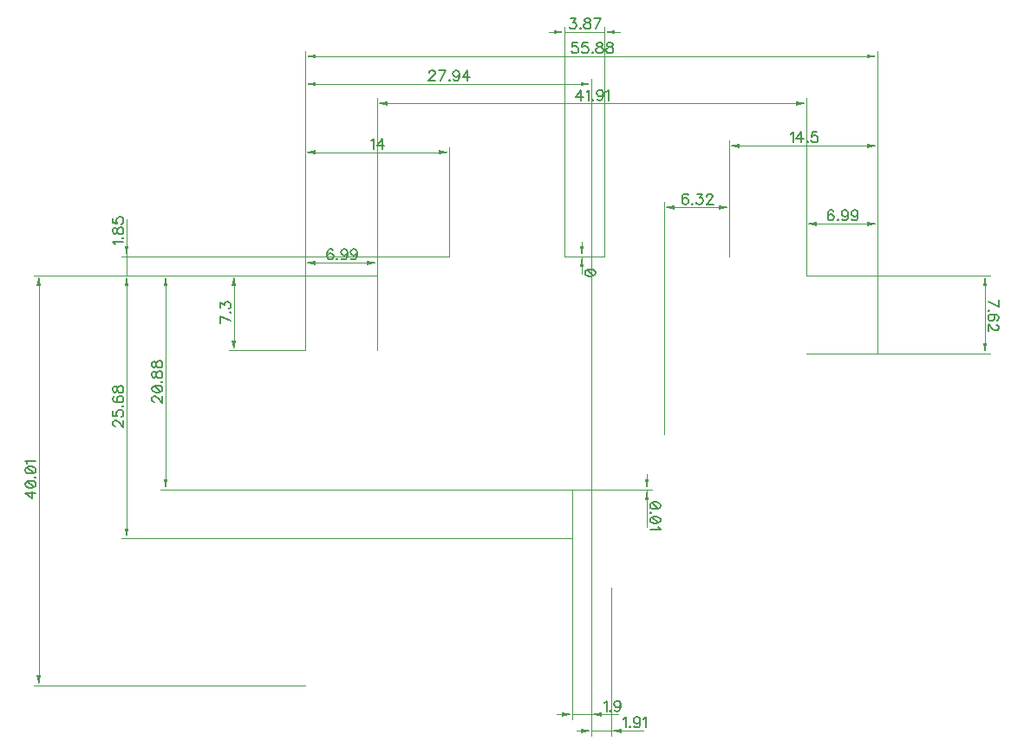
<source format=gbr>
G04 DipTrace 2.4.0.2*
%INTopDimension.gbr*%
%MOIN*%
%ADD13C,0.0014*%
%ADD97C,0.0062*%
%FSLAX44Y44*%
G04*
G70*
G90*
G75*
G01*
%LNTopDimension*%
%LPD*%
X6690Y19690D2*
D13*
X-3132D1*
X9451Y20419D2*
X-3132D1*
X-2935D2*
Y19690D1*
Y21009D2*
Y20813D1*
G36*
Y20419D2*
X-3014Y20813D1*
X-2856D1*
X-2935Y20419D1*
G37*
Y19100D2*
D13*
Y19296D1*
G36*
Y19690D2*
X-2856Y19296D1*
X-3014D1*
X-2935Y19690D1*
G37*
Y21853D2*
D13*
Y20419D1*
X13904D2*
X14762D1*
X15429Y20421D2*
X14368D1*
X14565D2*
Y20419D1*
Y21011D2*
Y20814D1*
G36*
Y20421D2*
X14486Y20814D1*
X14644D1*
X14565Y20421D1*
G37*
Y19828D2*
D13*
Y20025D1*
G36*
Y20419D2*
X14644Y20025D1*
X14486D1*
X14565Y20419D1*
G37*
Y19757D2*
D13*
Y20421D1*
X3940Y16815D2*
Y24637D1*
X9451Y20419D2*
Y24637D1*
X6696Y24440D2*
X4334D1*
G36*
X3940D2*
X4334Y24519D1*
Y24361D1*
X3940Y24440D1*
G37*
X6696D2*
D13*
X9057D1*
G36*
X9451D2*
X9057Y24361D1*
Y24519D1*
X9451Y24440D1*
G37*
X20233Y20421D2*
D13*
Y24887D1*
X25940Y16690D2*
Y24887D1*
X23086Y24690D2*
X20626D1*
G36*
X20233D2*
X20626Y24769D1*
Y24611D1*
X20233Y24690D1*
G37*
X23086D2*
D13*
X25546D1*
G36*
X25940D2*
X25546Y24611D1*
Y24769D1*
X25940Y24690D1*
G37*
X3940Y16815D2*
D13*
Y28327D1*
X25940Y16690D2*
Y28327D1*
X14940Y28130D2*
X4334D1*
G36*
X3940D2*
X4334Y28209D1*
Y28052D1*
X3940Y28130D1*
G37*
X14940D2*
D13*
X25546D1*
G36*
X25940D2*
X25546Y28052D1*
Y28209D1*
X25940Y28130D1*
G37*
X3940Y16815D2*
D13*
Y20387D1*
X6690Y16815D2*
Y20387D1*
X5315Y20190D2*
X4334D1*
G36*
X3940D2*
X4334Y20269D1*
Y20111D1*
X3940Y20190D1*
G37*
X5315D2*
D13*
X6296D1*
G36*
X6690D2*
X6296Y20111D1*
Y20269D1*
X6690Y20190D1*
G37*
Y19690D2*
D13*
X993D1*
X3940Y16815D2*
X993D1*
X1190Y18253D2*
Y19296D1*
G36*
Y19690D2*
X1269Y19296D1*
X1111D1*
X1190Y19690D1*
G37*
Y18253D2*
D13*
Y17209D1*
G36*
Y16815D2*
X1111Y17209D1*
X1269D1*
X1190Y16815D1*
G37*
X23190Y19690D2*
D13*
X30262D1*
X23190Y16690D2*
X30262D1*
X30065Y18190D2*
Y19296D1*
G36*
Y19690D2*
X30144Y19296D1*
X29986D1*
X30065Y19690D1*
G37*
Y18190D2*
D13*
Y17084D1*
G36*
Y16690D2*
X29986Y17084D1*
X30144D1*
X30065Y16690D1*
G37*
X23190Y19690D2*
D13*
Y21887D1*
X25940Y16690D2*
Y21887D1*
X24565Y21690D2*
X23584D1*
G36*
X23190D2*
X23584Y21769D1*
Y21611D1*
X23190Y21690D1*
G37*
X24565D2*
D13*
X25546D1*
G36*
X25940D2*
X25546Y21611D1*
Y21769D1*
X25940Y21690D1*
G37*
X6690Y19690D2*
D13*
X-6507D1*
X3940Y3940D2*
X-6507D1*
X-6310Y11815D2*
Y19296D1*
G36*
Y19690D2*
X-6231Y19296D1*
X-6389D1*
X-6310Y19690D1*
G37*
Y11815D2*
D13*
Y4334D1*
G36*
Y3940D2*
X-6389Y4334D1*
X-6231D1*
X-6310Y3940D1*
G37*
X3940Y16815D2*
D13*
Y27262D1*
X14940Y3940D2*
Y27262D1*
X9440Y27065D2*
X4334D1*
G36*
X3940D2*
X4334Y27144D1*
Y26986D1*
X3940Y27065D1*
G37*
X9440D2*
D13*
X14546D1*
G36*
X14940D2*
X14546Y26986D1*
Y27144D1*
X14940Y27065D1*
G37*
X14190Y11470D2*
D13*
Y2618D1*
X14940Y3940D2*
Y2618D1*
X14190Y2815D2*
X14940D1*
X13600D2*
X13796D1*
G36*
X14190D2*
X13796Y2736D1*
Y2894D1*
X14190Y2815D1*
G37*
X15531D2*
D13*
X15334D1*
G36*
X14940D2*
X15334Y2894D1*
Y2736D1*
X14940Y2815D1*
G37*
X15964D2*
D13*
X14940D1*
X15690Y7692D2*
Y1993D1*
X14940Y2815D2*
Y1993D1*
Y2190D2*
X15690D1*
X14350D2*
X14546D1*
G36*
X14940D2*
X14546Y2111D1*
Y2269D1*
X14940Y2190D1*
G37*
X16281D2*
D13*
X16084D1*
G36*
X15690D2*
X16084Y2269D1*
Y2111D1*
X15690Y2190D1*
G37*
X16934D2*
D13*
X15690D1*
X14190Y11470D2*
X17262D1*
X15690Y11472D2*
X17262D1*
X17065D2*
Y11470D1*
Y12062D2*
Y11865D1*
G36*
Y11472D2*
X16986Y11865D1*
X17144D1*
X17065Y11472D1*
G37*
Y10879D2*
D13*
Y11076D1*
G36*
Y11470D2*
X17144Y11076D1*
X16986D1*
X17065Y11470D1*
G37*
Y10035D2*
D13*
Y11472D1*
X6690Y19690D2*
X-1632D1*
X14190Y11470D2*
X-1632D1*
X-1435Y15580D2*
Y19296D1*
G36*
Y19690D2*
X-1356Y19296D1*
X-1514D1*
X-1435Y19690D1*
G37*
Y15580D2*
D13*
Y11863D1*
G36*
Y11470D2*
X-1514Y11863D1*
X-1356D1*
X-1435Y11470D1*
G37*
X6690Y19690D2*
D13*
X-3132D1*
X14190Y9580D2*
X-3132D1*
X-2935Y14635D2*
Y19296D1*
G36*
Y19690D2*
X-2856Y19296D1*
X-3014D1*
X-2935Y19690D1*
G37*
Y14635D2*
D13*
Y9974D1*
G36*
Y9580D2*
X-3014Y9974D1*
X-2856D1*
X-2935Y9580D1*
G37*
X13904Y20419D2*
D13*
Y29262D1*
X15429Y20421D2*
Y29262D1*
X13904Y29065D2*
X15429D1*
X13313D2*
X13510D1*
G36*
X13904D2*
X13510Y28986D1*
Y29144D1*
X13904Y29065D1*
G37*
X16020D2*
D13*
X15823D1*
G36*
X15429D2*
X15823Y29144D1*
Y28986D1*
X15429Y29065D1*
G37*
X17746Y13590D2*
D13*
Y22512D1*
X20233Y20421D2*
Y22512D1*
X18989Y22315D2*
X18140D1*
G36*
X17746D2*
X18140Y22394D1*
Y22236D1*
X17746Y22315D1*
G37*
X18989D2*
D13*
X19839D1*
G36*
X20233D2*
X19839Y22236D1*
Y22394D1*
X20233Y22315D1*
G37*
X23190Y19690D2*
D13*
Y26512D1*
X6690Y19690D2*
Y26512D1*
X14940Y26315D2*
X22796D1*
G36*
X23190D2*
X22796Y26236D1*
Y26394D1*
X23190Y26315D1*
G37*
X14940D2*
D13*
X7084D1*
G36*
X6690D2*
X7084Y26394D1*
Y26236D1*
X6690Y26315D1*
G37*
X-3382Y20905D2*
D97*
X-3401Y20944D1*
X-3458Y21001D1*
X-3057D1*
X-3095Y21144D2*
X-3076Y21125D1*
X-3057Y21144D1*
X-3076Y21163D1*
X-3095Y21144D1*
X-3458Y21382D2*
X-3439Y21325D1*
X-3401Y21306D1*
X-3363D1*
X-3325Y21325D1*
X-3305Y21363D1*
X-3286Y21440D1*
X-3267Y21497D1*
X-3229Y21535D1*
X-3191Y21554D1*
X-3133D1*
X-3095Y21535D1*
X-3076Y21516D1*
X-3057Y21459D1*
Y21382D1*
X-3076Y21325D1*
X-3095Y21306D1*
X-3133Y21287D1*
X-3191D1*
X-3229Y21306D1*
X-3267Y21344D1*
X-3286Y21401D1*
X-3305Y21478D1*
X-3325Y21516D1*
X-3363Y21535D1*
X-3401D1*
X-3439Y21516D1*
X-3458Y21459D1*
Y21382D1*
Y21907D2*
Y21716D1*
X-3286Y21697D1*
X-3305Y21716D1*
X-3325Y21774D1*
Y21831D1*
X-3305Y21888D1*
X-3267Y21927D1*
X-3210Y21946D1*
X-3172D1*
X-3114Y21927D1*
X-3076Y21888D1*
X-3057Y21831D1*
Y21774D1*
X-3076Y21716D1*
X-3095Y21697D1*
X-3133Y21678D1*
X15089Y19818D2*
X15070Y19875D1*
X15012Y19914D1*
X14917Y19933D1*
X14859D1*
X14764Y19914D1*
X14706Y19875D1*
X14687Y19818D1*
Y19780D1*
X14706Y19722D1*
X14764Y19684D1*
X14859Y19665D1*
X14917D1*
X15012Y19684D1*
X15070Y19722D1*
X15089Y19780D1*
Y19818D1*
X15012Y19684D2*
X14764Y19914D1*
X6473Y24887D2*
X6512Y24907D1*
X6569Y24964D1*
Y24562D1*
X6884D2*
Y24964D1*
X6693Y24696D1*
X6980D1*
X22587Y25137D2*
X22626Y25157D1*
X22683Y25214D1*
Y24812D1*
X22998D2*
Y25214D1*
X22807Y24946D1*
X23094D1*
X23236Y24851D2*
X23217Y24831D1*
X23236Y24812D1*
X23256Y24831D1*
X23236Y24851D1*
X23609Y25214D2*
X23418D1*
X23399Y25042D1*
X23418Y25061D1*
X23475Y25080D1*
X23532D1*
X23590Y25061D1*
X23628Y25023D1*
X23647Y24965D1*
Y24927D1*
X23628Y24870D1*
X23590Y24831D1*
X23532Y24812D1*
X23475D1*
X23418Y24831D1*
X23399Y24851D1*
X23379Y24889D1*
X14399Y28654D2*
X14208D1*
X14189Y28482D1*
X14208Y28501D1*
X14265Y28521D1*
X14322D1*
X14380Y28501D1*
X14418Y28463D1*
X14437Y28406D1*
Y28368D1*
X14418Y28310D1*
X14380Y28272D1*
X14322Y28253D1*
X14265D1*
X14208Y28272D1*
X14189Y28291D1*
X14169Y28329D1*
X14790Y28654D2*
X14599D1*
X14580Y28482D1*
X14599Y28501D1*
X14657Y28521D1*
X14714D1*
X14771Y28501D1*
X14810Y28463D1*
X14829Y28406D1*
Y28368D1*
X14810Y28310D1*
X14771Y28272D1*
X14714Y28253D1*
X14657D1*
X14599Y28272D1*
X14580Y28291D1*
X14561Y28329D1*
X14971Y28291D2*
X14952Y28272D1*
X14971Y28253D1*
X14991Y28272D1*
X14971Y28291D1*
X15210Y28654D2*
X15153Y28635D1*
X15133Y28597D1*
Y28559D1*
X15153Y28521D1*
X15191Y28501D1*
X15267Y28482D1*
X15325Y28463D1*
X15363Y28425D1*
X15382Y28387D1*
Y28329D1*
X15363Y28291D1*
X15344Y28272D1*
X15286Y28253D1*
X15210D1*
X15153Y28272D1*
X15133Y28291D1*
X15114Y28329D1*
Y28387D1*
X15133Y28425D1*
X15172Y28463D1*
X15229Y28482D1*
X15305Y28501D1*
X15344Y28521D1*
X15363Y28559D1*
Y28597D1*
X15344Y28635D1*
X15286Y28654D1*
X15210D1*
X15601D2*
X15544Y28635D1*
X15524Y28597D1*
Y28559D1*
X15544Y28521D1*
X15582Y28501D1*
X15658Y28482D1*
X15716Y28463D1*
X15754Y28425D1*
X15773Y28387D1*
Y28329D1*
X15754Y28291D1*
X15735Y28272D1*
X15677Y28253D1*
X15601D1*
X15544Y28272D1*
X15524Y28291D1*
X15505Y28329D1*
Y28387D1*
X15524Y28425D1*
X15563Y28463D1*
X15620Y28482D1*
X15696Y28501D1*
X15735Y28521D1*
X15754Y28559D1*
Y28597D1*
X15735Y28635D1*
X15677Y28654D1*
X15601D1*
X4998Y20657D2*
X4979Y20695D1*
X4921Y20714D1*
X4883D1*
X4826Y20695D1*
X4787Y20637D1*
X4768Y20542D1*
Y20446D1*
X4787Y20370D1*
X4826Y20331D1*
X4883Y20312D1*
X4902D1*
X4959Y20331D1*
X4998Y20370D1*
X5017Y20427D1*
Y20446D1*
X4998Y20504D1*
X4959Y20542D1*
X4902Y20561D1*
X4883D1*
X4826Y20542D1*
X4787Y20504D1*
X4768Y20446D1*
X5159Y20351D2*
X5140Y20331D1*
X5159Y20312D1*
X5179Y20331D1*
X5159Y20351D1*
X5551Y20580D2*
X5532Y20523D1*
X5494Y20484D1*
X5436Y20465D1*
X5417D1*
X5360Y20484D1*
X5322Y20523D1*
X5302Y20580D1*
Y20599D1*
X5322Y20657D1*
X5360Y20695D1*
X5417Y20714D1*
X5436D1*
X5494Y20695D1*
X5532Y20657D1*
X5551Y20580D1*
Y20484D1*
X5532Y20389D1*
X5494Y20331D1*
X5436Y20312D1*
X5398D1*
X5341Y20331D1*
X5322Y20370D1*
X5924Y20580D2*
X5904Y20523D1*
X5866Y20484D1*
X5809Y20465D1*
X5790D1*
X5732Y20484D1*
X5694Y20523D1*
X5675Y20580D1*
Y20599D1*
X5694Y20657D1*
X5732Y20695D1*
X5790Y20714D1*
X5809D1*
X5866Y20695D1*
X5904Y20657D1*
X5924Y20580D1*
Y20484D1*
X5904Y20389D1*
X5866Y20331D1*
X5809Y20312D1*
X5771D1*
X5713Y20331D1*
X5694Y20370D1*
X1068Y17949D2*
X667Y18141D1*
Y17873D1*
X1030Y18283D2*
X1049Y18264D1*
X1068Y18283D1*
X1049Y18303D1*
X1030Y18283D1*
X667Y18465D2*
Y18675D1*
X820Y18560D1*
Y18618D1*
X839Y18656D1*
X858Y18675D1*
X915Y18694D1*
X953D1*
X1011Y18675D1*
X1049Y18637D1*
X1068Y18579D1*
Y18522D1*
X1049Y18465D1*
X1030Y18446D1*
X992Y18426D1*
X30187Y18679D2*
X30589Y18488D1*
Y18756D1*
X30226Y18346D2*
X30206Y18365D1*
X30187Y18346D1*
X30206Y18326D1*
X30226Y18346D1*
X30532Y17973D2*
X30570Y17992D1*
X30589Y18050D1*
Y18088D1*
X30570Y18145D1*
X30512Y18184D1*
X30417Y18203D1*
X30321D1*
X30245Y18184D1*
X30206Y18145D1*
X30187Y18088D1*
Y18069D1*
X30206Y18012D1*
X30245Y17973D1*
X30302Y17954D1*
X30321D1*
X30379Y17973D1*
X30417Y18012D1*
X30436Y18069D1*
Y18088D1*
X30417Y18145D1*
X30379Y18184D1*
X30321Y18203D1*
X30493Y17811D2*
X30512D1*
X30551Y17792D1*
X30570Y17773D1*
X30589Y17735D1*
Y17658D1*
X30570Y17620D1*
X30551Y17601D1*
X30512Y17582D1*
X30474D1*
X30436Y17601D1*
X30379Y17639D1*
X30187Y17831D1*
Y17563D1*
X24248Y22157D2*
X24229Y22195D1*
X24171Y22214D1*
X24133D1*
X24076Y22195D1*
X24037Y22137D1*
X24018Y22042D1*
Y21946D1*
X24037Y21870D1*
X24076Y21831D1*
X24133Y21812D1*
X24152D1*
X24209Y21831D1*
X24248Y21870D1*
X24267Y21927D1*
Y21946D1*
X24248Y22004D1*
X24209Y22042D1*
X24152Y22061D1*
X24133D1*
X24076Y22042D1*
X24037Y22004D1*
X24018Y21946D1*
X24409Y21851D2*
X24390Y21831D1*
X24409Y21812D1*
X24429Y21831D1*
X24409Y21851D1*
X24801Y22080D2*
X24782Y22023D1*
X24744Y21984D1*
X24686Y21965D1*
X24667D1*
X24610Y21984D1*
X24572Y22023D1*
X24552Y22080D1*
Y22099D1*
X24572Y22157D1*
X24610Y22195D1*
X24667Y22214D1*
X24686D1*
X24744Y22195D1*
X24782Y22157D1*
X24801Y22080D1*
Y21984D1*
X24782Y21889D1*
X24744Y21831D1*
X24686Y21812D1*
X24648D1*
X24591Y21831D1*
X24572Y21870D1*
X25174Y22080D2*
X25154Y22023D1*
X25116Y21984D1*
X25059Y21965D1*
X25040D1*
X24982Y21984D1*
X24944Y22023D1*
X24925Y22080D1*
Y22099D1*
X24944Y22157D1*
X24982Y22195D1*
X25040Y22214D1*
X25059D1*
X25116Y22195D1*
X25154Y22157D1*
X25174Y22080D1*
Y21984D1*
X25154Y21889D1*
X25116Y21831D1*
X25059Y21812D1*
X25021D1*
X24963Y21831D1*
X24944Y21870D1*
X-6432Y11312D2*
X-6833D1*
X-6566Y11120D1*
Y11407D1*
X-6833Y11646D2*
X-6814Y11588D1*
X-6757Y11550D1*
X-6661Y11531D1*
X-6604D1*
X-6508Y11550D1*
X-6451Y11588D1*
X-6432Y11646D1*
Y11684D1*
X-6451Y11741D1*
X-6508Y11779D1*
X-6604Y11799D1*
X-6661D1*
X-6757Y11779D1*
X-6814Y11741D1*
X-6833Y11684D1*
Y11646D1*
X-6757Y11779D2*
X-6508Y11550D1*
X-6470Y11941D2*
X-6451Y11922D1*
X-6432Y11941D1*
X-6451Y11961D1*
X-6470Y11941D1*
X-6833Y12199D2*
X-6814Y12142D1*
X-6757Y12103D1*
X-6661Y12084D1*
X-6604D1*
X-6508Y12103D1*
X-6451Y12142D1*
X-6432Y12199D1*
Y12237D1*
X-6451Y12295D1*
X-6508Y12333D1*
X-6604Y12352D1*
X-6661D1*
X-6757Y12333D1*
X-6814Y12295D1*
X-6833Y12237D1*
Y12199D1*
X-6757Y12333D2*
X-6508Y12103D1*
X-6757Y12476D2*
X-6776Y12514D1*
X-6833Y12572D1*
X-6432D1*
X8688Y27493D2*
Y27512D1*
X8707Y27551D1*
X8726Y27570D1*
X8765Y27589D1*
X8841D1*
X8879Y27570D1*
X8898Y27551D1*
X8918Y27512D1*
Y27474D1*
X8898Y27436D1*
X8860Y27379D1*
X8669Y27187D1*
X8937D1*
X9137D2*
X9328Y27589D1*
X9060D1*
X9471Y27226D2*
X9452Y27206D1*
X9471Y27187D1*
X9490Y27206D1*
X9471Y27226D1*
X9863Y27455D2*
X9843Y27398D1*
X9805Y27359D1*
X9748Y27340D1*
X9729D1*
X9671Y27359D1*
X9633Y27398D1*
X9614Y27455D1*
Y27474D1*
X9633Y27532D1*
X9671Y27570D1*
X9729Y27589D1*
X9748D1*
X9805Y27570D1*
X9843Y27532D1*
X9863Y27455D1*
Y27359D1*
X9843Y27264D1*
X9805Y27206D1*
X9748Y27187D1*
X9710D1*
X9652Y27206D1*
X9633Y27245D1*
X10178Y27187D2*
Y27589D1*
X9986Y27321D1*
X10273D1*
X15426Y3262D2*
X15465Y3282D1*
X15522Y3339D1*
Y2937D1*
X15665Y2976D2*
X15646Y2956D1*
X15665Y2937D1*
X15684Y2956D1*
X15665Y2976D1*
X16057Y3205D2*
X16037Y3148D1*
X15999Y3109D1*
X15942Y3090D1*
X15923D1*
X15865Y3109D1*
X15827Y3148D1*
X15808Y3205D1*
Y3224D1*
X15827Y3282D1*
X15865Y3320D1*
X15923Y3339D1*
X15942D1*
X15999Y3320D1*
X16037Y3282D1*
X16057Y3205D1*
Y3109D1*
X16037Y3014D1*
X15999Y2956D1*
X15942Y2937D1*
X15904D1*
X15846Y2956D1*
X15827Y2995D1*
X16176Y2637D2*
X16215Y2657D1*
X16272Y2714D1*
Y2312D1*
X16415Y2351D2*
X16396Y2331D1*
X16415Y2312D1*
X16434Y2331D1*
X16415Y2351D1*
X16807Y2580D2*
X16787Y2523D1*
X16749Y2484D1*
X16692Y2465D1*
X16673D1*
X16615Y2484D1*
X16577Y2523D1*
X16558Y2580D1*
Y2599D1*
X16577Y2657D1*
X16615Y2695D1*
X16673Y2714D1*
X16692D1*
X16749Y2695D1*
X16787Y2657D1*
X16807Y2580D1*
Y2484D1*
X16787Y2389D1*
X16749Y2331D1*
X16692Y2312D1*
X16654D1*
X16596Y2331D1*
X16577Y2370D1*
X16930Y2637D2*
X16969Y2657D1*
X17026Y2714D1*
Y2312D1*
X17589Y10868D2*
X17570Y10926D1*
X17512Y10964D1*
X17417Y10983D1*
X17359D1*
X17264Y10964D1*
X17206Y10926D1*
X17187Y10868D1*
Y10830D1*
X17206Y10773D1*
X17264Y10735D1*
X17359Y10715D1*
X17417D1*
X17512Y10735D1*
X17570Y10773D1*
X17589Y10830D1*
Y10868D1*
X17512Y10735D2*
X17264Y10964D1*
X17226Y10573D2*
X17206Y10592D1*
X17187Y10573D1*
X17206Y10553D1*
X17226Y10573D1*
X17589Y10315D2*
X17570Y10372D1*
X17512Y10411D1*
X17417Y10430D1*
X17359D1*
X17264Y10411D1*
X17206Y10372D1*
X17187Y10315D1*
Y10277D1*
X17206Y10219D1*
X17264Y10181D1*
X17359Y10162D1*
X17417D1*
X17512Y10181D1*
X17570Y10219D1*
X17589Y10277D1*
Y10315D1*
X17512Y10181D2*
X17264Y10411D1*
X17512Y10038D2*
X17532Y10000D1*
X17589Y9942D1*
X17187D1*
X-1863Y14829D2*
X-1882D1*
X-1920Y14848D1*
X-1939Y14867D1*
X-1958Y14905D1*
Y14982D1*
X-1939Y15020D1*
X-1920Y15039D1*
X-1882Y15058D1*
X-1844D1*
X-1805Y15039D1*
X-1748Y15001D1*
X-1557Y14809D1*
Y15077D1*
X-1958Y15316D2*
X-1939Y15258D1*
X-1882Y15220D1*
X-1786Y15201D1*
X-1729D1*
X-1633Y15220D1*
X-1576Y15258D1*
X-1557Y15316D1*
Y15354D1*
X-1576Y15411D1*
X-1633Y15449D1*
X-1729Y15468D1*
X-1786D1*
X-1882Y15449D1*
X-1939Y15411D1*
X-1958Y15354D1*
Y15316D1*
X-1882Y15449D2*
X-1633Y15220D1*
X-1595Y15611D2*
X-1576Y15592D1*
X-1557Y15611D1*
X-1576Y15630D1*
X-1595Y15611D1*
X-1958Y15849D2*
X-1939Y15792D1*
X-1901Y15773D1*
X-1863D1*
X-1825Y15792D1*
X-1805Y15830D1*
X-1786Y15907D1*
X-1767Y15964D1*
X-1729Y16002D1*
X-1691Y16021D1*
X-1633D1*
X-1595Y16002D1*
X-1576Y15983D1*
X-1557Y15926D1*
Y15849D1*
X-1576Y15792D1*
X-1595Y15773D1*
X-1633Y15754D1*
X-1691D1*
X-1729Y15773D1*
X-1767Y15811D1*
X-1786Y15869D1*
X-1805Y15945D1*
X-1825Y15983D1*
X-1863Y16002D1*
X-1901D1*
X-1939Y15983D1*
X-1958Y15926D1*
Y15849D1*
Y16241D2*
X-1939Y16183D1*
X-1901Y16164D1*
X-1863D1*
X-1825Y16183D1*
X-1805Y16222D1*
X-1786Y16298D1*
X-1767Y16355D1*
X-1729Y16394D1*
X-1691Y16413D1*
X-1633D1*
X-1595Y16394D1*
X-1576Y16374D1*
X-1557Y16317D1*
Y16241D1*
X-1576Y16183D1*
X-1595Y16164D1*
X-1633Y16145D1*
X-1691D1*
X-1729Y16164D1*
X-1767Y16202D1*
X-1786Y16260D1*
X-1805Y16336D1*
X-1825Y16374D1*
X-1863Y16394D1*
X-1901D1*
X-1939Y16374D1*
X-1958Y16317D1*
Y16241D1*
X-3363Y13893D2*
X-3382D1*
X-3420Y13912D1*
X-3439Y13931D1*
X-3458Y13970D1*
Y14046D1*
X-3439Y14084D1*
X-3420Y14103D1*
X-3382Y14123D1*
X-3344D1*
X-3305Y14103D1*
X-3248Y14065D1*
X-3057Y13874D1*
Y14142D1*
X-3458Y14495D2*
Y14304D1*
X-3286Y14285D1*
X-3305Y14304D1*
X-3325Y14361D1*
Y14418D1*
X-3305Y14476D1*
X-3267Y14514D1*
X-3210Y14533D1*
X-3172D1*
X-3114Y14514D1*
X-3076Y14476D1*
X-3057Y14418D1*
Y14361D1*
X-3076Y14304D1*
X-3095Y14285D1*
X-3133Y14265D1*
X-3095Y14676D2*
X-3076Y14657D1*
X-3057Y14676D1*
X-3076Y14695D1*
X-3095Y14676D1*
X-3401Y15048D2*
X-3439Y15029D1*
X-3458Y14972D1*
Y14934D1*
X-3439Y14876D1*
X-3382Y14838D1*
X-3286Y14819D1*
X-3191D1*
X-3114Y14838D1*
X-3076Y14876D1*
X-3057Y14934D1*
Y14953D1*
X-3076Y15010D1*
X-3114Y15048D1*
X-3172Y15067D1*
X-3191D1*
X-3248Y15048D1*
X-3286Y15010D1*
X-3305Y14953D1*
Y14934D1*
X-3286Y14876D1*
X-3248Y14838D1*
X-3191Y14819D1*
X-3458Y15286D2*
X-3439Y15229D1*
X-3401Y15210D1*
X-3363D1*
X-3325Y15229D1*
X-3305Y15267D1*
X-3286Y15344D1*
X-3267Y15401D1*
X-3229Y15439D1*
X-3191Y15458D1*
X-3133D1*
X-3095Y15439D1*
X-3076Y15420D1*
X-3057Y15363D1*
Y15286D1*
X-3076Y15229D1*
X-3095Y15210D1*
X-3133Y15191D1*
X-3191D1*
X-3229Y15210D1*
X-3267Y15248D1*
X-3286Y15305D1*
X-3305Y15382D1*
X-3325Y15420D1*
X-3363Y15439D1*
X-3401D1*
X-3439Y15420D1*
X-3458Y15363D1*
Y15286D1*
X14130Y29589D2*
X14340D1*
X14225Y29436D1*
X14283D1*
X14321Y29417D1*
X14340Y29398D1*
X14359Y29340D1*
Y29302D1*
X14340Y29245D1*
X14302Y29206D1*
X14244Y29187D1*
X14187D1*
X14130Y29206D1*
X14111Y29226D1*
X14091Y29264D1*
X14502Y29226D2*
X14483Y29206D1*
X14502Y29187D1*
X14521Y29206D1*
X14502Y29226D1*
X14740Y29589D2*
X14683Y29570D1*
X14664Y29532D1*
Y29493D1*
X14683Y29455D1*
X14721Y29436D1*
X14797Y29417D1*
X14855Y29398D1*
X14893Y29359D1*
X14912Y29321D1*
Y29264D1*
X14893Y29226D1*
X14874Y29206D1*
X14817Y29187D1*
X14740D1*
X14683Y29206D1*
X14664Y29226D1*
X14645Y29264D1*
Y29321D1*
X14664Y29359D1*
X14702Y29398D1*
X14759Y29417D1*
X14836Y29436D1*
X14874Y29455D1*
X14893Y29493D1*
Y29532D1*
X14874Y29570D1*
X14817Y29589D1*
X14740D1*
X15112Y29187D2*
X15303Y29589D1*
X15036D1*
X18653Y22782D2*
X18634Y22820D1*
X18577Y22839D1*
X18539D1*
X18481Y22820D1*
X18443Y22762D1*
X18424Y22667D1*
Y22571D1*
X18443Y22495D1*
X18481Y22456D1*
X18539Y22437D1*
X18558D1*
X18615Y22456D1*
X18653Y22495D1*
X18672Y22552D1*
Y22571D1*
X18653Y22629D1*
X18615Y22667D1*
X18558Y22686D1*
X18539D1*
X18481Y22667D1*
X18443Y22629D1*
X18424Y22571D1*
X18815Y22476D2*
X18796Y22456D1*
X18815Y22437D1*
X18834Y22456D1*
X18815Y22476D1*
X18996Y22839D2*
X19206D1*
X19092Y22686D1*
X19149D1*
X19187Y22667D1*
X19206Y22648D1*
X19225Y22590D1*
Y22552D1*
X19206Y22495D1*
X19168Y22456D1*
X19111Y22437D1*
X19053D1*
X18996Y22456D1*
X18977Y22476D1*
X18958Y22514D1*
X19368Y22743D2*
Y22762D1*
X19387Y22801D1*
X19406Y22820D1*
X19445Y22839D1*
X19521D1*
X19559Y22820D1*
X19578Y22801D1*
X19598Y22762D1*
Y22724D1*
X19578Y22686D1*
X19540Y22629D1*
X19349Y22437D1*
X19617D1*
X14532Y26437D2*
Y26839D1*
X14341Y26571D1*
X14628D1*
X14751Y26762D2*
X14790Y26782D1*
X14847Y26839D1*
Y26437D1*
X14990Y26476D2*
X14971Y26456D1*
X14990Y26437D1*
X15009Y26456D1*
X14990Y26476D1*
X15382Y26705D2*
X15362Y26648D1*
X15324Y26609D1*
X15267Y26590D1*
X15248D1*
X15190Y26609D1*
X15152Y26648D1*
X15133Y26705D1*
Y26724D1*
X15152Y26782D1*
X15190Y26820D1*
X15248Y26839D1*
X15267D1*
X15324Y26820D1*
X15362Y26782D1*
X15382Y26705D1*
Y26609D1*
X15362Y26514D1*
X15324Y26456D1*
X15267Y26437D1*
X15229D1*
X15171Y26456D1*
X15152Y26495D1*
X15505Y26762D2*
X15544Y26782D1*
X15601Y26839D1*
Y26437D1*
M02*

</source>
